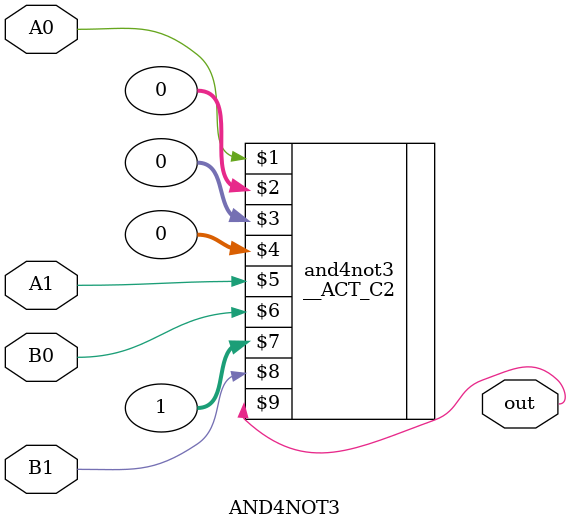
<source format=v>
module AND4NOT3 (
    input A0, A1, B0, B1, // A0 & ~A1 & ~B0, ~B1

    output out
);

    __ACT_C2 and4not3(A0, 0, 0, 0, A1, B0, 1, B1, out); 

endmodule
</source>
